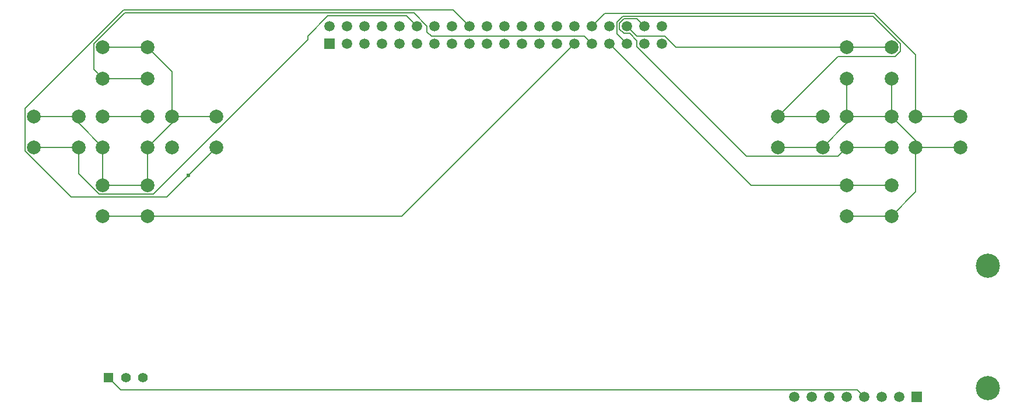
<source format=gbr>
%TF.GenerationSoftware,KiCad,Pcbnew,9.0.2*%
%TF.CreationDate,2025-06-30T23:43:09-04:00*%
%TF.ProjectId,GamePad_Zero,47616d65-5061-4645-9f5a-65726f2e6b69,rev?*%
%TF.SameCoordinates,Original*%
%TF.FileFunction,Copper,L2,Bot*%
%TF.FilePolarity,Positive*%
%FSLAX46Y46*%
G04 Gerber Fmt 4.6, Leading zero omitted, Abs format (unit mm)*
G04 Created by KiCad (PCBNEW 9.0.2) date 2025-06-30 23:43:09*
%MOMM*%
%LPD*%
G01*
G04 APERTURE LIST*
%TA.AperFunction,ComponentPad*%
%ADD10C,1.508000*%
%TD*%
%TA.AperFunction,ComponentPad*%
%ADD11R,1.508000X1.508000*%
%TD*%
%TA.AperFunction,ComponentPad*%
%ADD12C,2.000000*%
%TD*%
%TA.AperFunction,ComponentPad*%
%ADD13R,1.408000X1.408000*%
%TD*%
%TA.AperFunction,ComponentPad*%
%ADD14C,1.408000*%
%TD*%
%TA.AperFunction,ComponentPad*%
%ADD15C,3.516000*%
%TD*%
%TA.AperFunction,ViaPad*%
%ADD16C,0.600000*%
%TD*%
%TA.AperFunction,Conductor*%
%ADD17C,0.200000*%
%TD*%
G04 APERTURE END LIST*
D10*
%TO.P,J1,40,Pin_40*%
%TO.N,Net-(J1-Pin_40)*%
X99130000Y-3898750D03*
%TO.P,J1,39,Pin_39*%
%TO.N,unconnected-(J1-Pin_39-Pad39)*%
X99130000Y-6438750D03*
%TO.P,J1,38,Pin_38*%
%TO.N,Net-(J1-Pin_38)*%
X96590000Y-3898750D03*
%TO.P,J1,37,Pin_37*%
%TO.N,unconnected-(J1-Pin_37-Pad37)*%
X96590000Y-6438750D03*
%TO.P,J1,36,Pin_36*%
%TO.N,Net-(J1-Pin_36)*%
X94050000Y-3898750D03*
%TO.P,J1,35,Pin_35*%
%TO.N,Net-(J1-Pin_35)*%
X94050000Y-6438750D03*
%TO.P,J1,34,Pin_34*%
%TO.N,unconnected-(J1-Pin_34-Pad34)*%
X91510000Y-3898750D03*
%TO.P,J1,33,Pin_33*%
%TO.N,Net-(J1-Pin_33)*%
X91510000Y-6438750D03*
%TO.P,J1,32,Pin_32*%
%TO.N,Net-(J1-Pin_32)*%
X88970000Y-3898750D03*
%TO.P,J1,31,Pin_31*%
%TO.N,Net-(J1-Pin_31)*%
X88970000Y-6438750D03*
%TO.P,J1,30,Pin_30*%
%TO.N,unconnected-(J1-Pin_30-Pad30)*%
X86430000Y-3898750D03*
%TO.P,J1,29,Pin_29*%
%TO.N,Net-(J1-Pin_29)*%
X86430000Y-6438750D03*
%TO.P,J1,28,Pin_28*%
%TO.N,unconnected-(J1-Pin_28-Pad28)*%
X83890000Y-3898750D03*
%TO.P,J1,27,Pin_27*%
%TO.N,unconnected-(J1-Pin_27-Pad27)*%
X83890000Y-6438750D03*
%TO.P,J1,26,Pin_26*%
%TO.N,unconnected-(J1-Pin_26-Pad26)*%
X81350000Y-3898750D03*
%TO.P,J1,25,Pin_25*%
%TO.N,unconnected-(J1-Pin_25-Pad25)*%
X81350000Y-6438750D03*
%TO.P,J1,24,Pin_24*%
%TO.N,unconnected-(J1-Pin_24-Pad24)*%
X78810000Y-3898750D03*
%TO.P,J1,23,Pin_23*%
%TO.N,unconnected-(J1-Pin_23-Pad23)*%
X78810000Y-6438750D03*
%TO.P,J1,22,Pin_22*%
%TO.N,unconnected-(J1-Pin_22-Pad22)*%
X76270000Y-3898750D03*
%TO.P,J1,21,Pin_21*%
%TO.N,unconnected-(J1-Pin_21-Pad21)*%
X76270000Y-6438750D03*
%TO.P,J1,20,Pin_20*%
%TO.N,unconnected-(J1-Pin_20-Pad20)*%
X73730000Y-3898750D03*
%TO.P,J1,19,Pin_19*%
%TO.N,unconnected-(J1-Pin_19-Pad19)*%
X73730000Y-6438750D03*
%TO.P,J1,18,Pin_18*%
%TO.N,Net-(J1-Pin_18)*%
X71190000Y-3898750D03*
%TO.P,J1,17,Pin_17*%
%TO.N,unconnected-(J1-Pin_17-Pad17)*%
X71190000Y-6438750D03*
%TO.P,J1,16,Pin_16*%
%TO.N,unconnected-(J1-Pin_16-Pad16)*%
X68650000Y-3898750D03*
%TO.P,J1,15,Pin_15*%
%TO.N,unconnected-(J1-Pin_15-Pad15)*%
X68650000Y-6438750D03*
%TO.P,J1,14,Pin_14*%
%TO.N,unconnected-(J1-Pin_14-Pad14)*%
X66110000Y-3898750D03*
%TO.P,J1,13,Pin_13*%
%TO.N,unconnected-(J1-Pin_13-Pad13)*%
X66110000Y-6438750D03*
%TO.P,J1,12,Pin_12*%
%TO.N,Net-(J1-Pin_12)*%
X63570000Y-3898750D03*
%TO.P,J1,11,Pin_11*%
%TO.N,unconnected-(J1-Pin_11-Pad11)*%
X63570000Y-6438750D03*
%TO.P,J1,10,Pin_10*%
%TO.N,unconnected-(J1-Pin_10-Pad10)*%
X61030000Y-3898750D03*
%TO.P,J1,9,Pin_9*%
%TO.N,unconnected-(J1-Pin_9-Pad9)*%
X61030000Y-6438750D03*
%TO.P,J1,8,Pin_8*%
%TO.N,unconnected-(J1-Pin_8-Pad8)*%
X58490000Y-3898750D03*
%TO.P,J1,7,Pin_7*%
%TO.N,unconnected-(J1-Pin_7-Pad7)*%
X58490000Y-6438750D03*
%TO.P,J1,6,Pin_6*%
%TO.N,Net-(J1-Pin_6)*%
X55950000Y-3898750D03*
%TO.P,J1,5,Pin_5*%
%TO.N,unconnected-(J1-Pin_5-Pad5)*%
X55950000Y-6438750D03*
%TO.P,J1,4,Pin_4*%
%TO.N,unconnected-(J1-Pin_4-Pad4)*%
X53410000Y-3898750D03*
%TO.P,J1,3,Pin_3*%
%TO.N,unconnected-(J1-Pin_3-Pad3)*%
X53410000Y-6438750D03*
%TO.P,J1,2,Pin_2*%
%TO.N,Net-(J1-Pin_2)*%
X50870000Y-3898750D03*
D11*
%TO.P,J1,1,Pin_1*%
%TO.N,unconnected-(J1-Pin_1-Pad1)*%
X50870000Y-6438750D03*
%TD*%
D12*
%TO.P,y1,1,1*%
%TO.N,Net-(J1-Pin_35)*%
X116000000Y-17000000D03*
X122500000Y-17000000D03*
%TO.P,y1,2,2*%
%TO.N,GND*%
X116000000Y-21500000D03*
X122500000Y-21500000D03*
%TD*%
%TO.P,b1,1,1*%
%TO.N,Net-(J1-Pin_33)*%
X126000000Y-27000000D03*
X132500000Y-27000000D03*
%TO.P,b1,2,2*%
%TO.N,GND*%
X126000000Y-31500000D03*
X132500000Y-31500000D03*
%TD*%
%TO.P,x1,1,1*%
%TO.N,Net-(J1-Pin_36)*%
X126000000Y-7000000D03*
X132500000Y-7000000D03*
%TO.P,x1,2,2*%
%TO.N,GND*%
X126000000Y-11500000D03*
X132500000Y-11500000D03*
%TD*%
%TO.P,Right1,1,1*%
%TO.N,GND*%
X28000000Y-17000000D03*
X34500000Y-17000000D03*
%TO.P,Right1,2,2*%
%TO.N,Net-(J1-Pin_18)*%
X28000000Y-21500000D03*
X34500000Y-21500000D03*
%TD*%
%TO.P,a1,1,1*%
%TO.N,Net-(J1-Pin_32)*%
X136000000Y-17000000D03*
X142500000Y-17000000D03*
%TO.P,a1,2,2*%
%TO.N,GND*%
X136000000Y-21500000D03*
X142500000Y-21500000D03*
%TD*%
%TO.P,Down1,1,1*%
%TO.N,GND*%
X18000000Y-27000000D03*
X24500000Y-27000000D03*
%TO.P,Down1,2,2*%
%TO.N,Net-(J1-Pin_29)*%
X18000000Y-31500000D03*
X24500000Y-31500000D03*
%TD*%
D13*
%TO.P,SW1,1,A*%
%TO.N,Net-(SW1-A)*%
X18812500Y-55000000D03*
D14*
%TO.P,SW1,2,B*%
%TO.N,Net-(J1-Pin_6)*%
X21312500Y-55000000D03*
%TO.P,SW1,3,C*%
%TO.N,unconnected-(SW1-C-Pad3)*%
X23812500Y-55000000D03*
%TD*%
D12*
%TO.P,Left1,1,1*%
%TO.N,GND*%
X8000000Y-17000000D03*
X14500000Y-17000000D03*
%TO.P,Left1,2,2*%
%TO.N,Net-(J1-Pin_12)*%
X8000000Y-21500000D03*
X14500000Y-21500000D03*
%TD*%
%TO.P,Up1,1,1*%
%TO.N,GND*%
X18000000Y-7000000D03*
X24500000Y-7000000D03*
%TO.P,Up1,2,2*%
%TO.N,Net-(J1-Pin_31)*%
X18000000Y-11500000D03*
X24500000Y-11500000D03*
%TD*%
%TO.P,LeftShoulder1,1,1*%
%TO.N,GND*%
X132500000Y-17000000D03*
X126000000Y-17000000D03*
%TO.P,LeftShoulder1,2,2*%
%TO.N,Net-(J1-Pin_38)*%
X132500000Y-21500000D03*
X126000000Y-21500000D03*
%TD*%
%TO.P,RightShoulder1,1,1*%
%TO.N,Net-(J1-Pin_40)*%
X24500000Y-17000000D03*
X18000000Y-17000000D03*
%TO.P,RightShoulder1,2,2*%
%TO.N,GND*%
X24500000Y-21500000D03*
X18000000Y-21500000D03*
%TD*%
D11*
%TO.P,U1,1,VBUS*%
%TO.N,unconnected-(U1-VBUS-Pad1)*%
X136175750Y-57785000D03*
D10*
%TO.P,U1,2,VLIPO*%
%TO.N,unconnected-(U1-VLIPO-Pad2)*%
X133635750Y-57785000D03*
%TO.P,U1,3,VBAT*%
%TO.N,unconnected-(U1-VBAT-Pad3)*%
X131095750Y-57785000D03*
%TO.P,U1,4,EN*%
%TO.N,Net-(SW1-A)*%
X128555750Y-57785000D03*
%TO.P,U1,5,GND*%
%TO.N,Net-(J1-Pin_6)*%
X126015750Y-57785000D03*
%TO.P,U1,6,LBO*%
%TO.N,unconnected-(U1-LBO-Pad6)*%
X123475750Y-57785000D03*
%TO.P,U1,7,GND*%
%TO.N,Net-(J1-Pin_6)*%
X120935750Y-57785000D03*
%TO.P,U1,8,5V*%
%TO.N,Net-(J1-Pin_2)*%
X118395750Y-57785000D03*
D15*
%TO.P,U1,P1*%
%TO.N,N/C*%
X146462750Y-56515000D03*
%TO.P,U1,P2*%
X146462750Y-38735000D03*
%TD*%
D16*
%TO.N,Net-(J1-Pin_18)*%
X30381250Y-25618750D03*
%TD*%
D17*
%TO.N,GND*%
X14500000Y-17000000D02*
X8000000Y-17000000D01*
X136000000Y-20500000D02*
X136000000Y-21500000D01*
X14500000Y-18000000D02*
X14500000Y-17000000D01*
X18000000Y-21500000D02*
X18000000Y-27000000D01*
X18000000Y-27000000D02*
X24500000Y-27000000D01*
X132500000Y-17000000D02*
X136000000Y-20500000D01*
X28000000Y-10500000D02*
X24500000Y-7000000D01*
X122500000Y-21500000D02*
X116000000Y-21500000D01*
X132500000Y-31500000D02*
X136000000Y-28000000D01*
X18000000Y-21500000D02*
X14500000Y-18000000D01*
X122500000Y-21500000D02*
X126000000Y-18000000D01*
X132500000Y-31500000D02*
X126000000Y-31500000D01*
X28000000Y-17000000D02*
X34500000Y-17000000D01*
X132500000Y-17000000D02*
X126000000Y-17000000D01*
X126000000Y-18000000D02*
X126000000Y-17000000D01*
X18000000Y-7000000D02*
X24500000Y-7000000D01*
X136000000Y-28000000D02*
X136000000Y-21500000D01*
X28000000Y-18000000D02*
X28000000Y-17000000D01*
X24500000Y-21500000D02*
X28000000Y-18000000D01*
X28000000Y-17000000D02*
X28000000Y-10500000D01*
X132500000Y-11500000D02*
X132500000Y-17000000D01*
X126000000Y-11500000D02*
X126000000Y-17000000D01*
X142500000Y-21500000D02*
X136000000Y-21500000D01*
X24500000Y-27000000D02*
X24500000Y-21500000D01*
%TO.N,Net-(J1-Pin_32)*%
X90827000Y-2041750D02*
X88970000Y-3898750D01*
X142500000Y-17000000D02*
X136000000Y-17000000D01*
X136000000Y-8093008D02*
X129948742Y-2041750D01*
X129948742Y-2041750D02*
X90827000Y-2041750D01*
X136000000Y-17000000D02*
X136000000Y-8093008D01*
%TO.N,Net-(J1-Pin_33)*%
X126000000Y-27000000D02*
X112071250Y-27000000D01*
X132500000Y-27000000D02*
X126000000Y-27000000D01*
X112071250Y-27000000D02*
X91510000Y-6438750D01*
%TO.N,Net-(J1-Pin_29)*%
X61368750Y-31500000D02*
X86430000Y-6438750D01*
X24500000Y-31500000D02*
X61368750Y-31500000D01*
X18000000Y-31500000D02*
X24500000Y-31500000D01*
%TO.N,Net-(J1-Pin_18)*%
X34500000Y-21500000D02*
X30381250Y-25618750D01*
X6699000Y-22038892D02*
X6699000Y-15894008D01*
X21013758Y-1579250D02*
X68870500Y-1579250D01*
X30381250Y-25618750D02*
X27298000Y-28702000D01*
X13362108Y-28702000D02*
X6699000Y-22038892D01*
X27298000Y-28702000D02*
X13362108Y-28702000D01*
X6699000Y-15894008D02*
X21013758Y-1579250D01*
X68870500Y-1579250D02*
X71190000Y-3898750D01*
%TO.N,Net-(J1-Pin_35)*%
X133038892Y-8301000D02*
X133801000Y-7538892D01*
X92594000Y-3295654D02*
X92594000Y-4982750D01*
X129782642Y-2442750D02*
X93446904Y-2442750D01*
X133801000Y-7538892D02*
X133801000Y-6461108D01*
X133801000Y-6461108D02*
X129782642Y-2442750D01*
X124699000Y-8301000D02*
X133038892Y-8301000D01*
X93446904Y-2442750D02*
X92594000Y-3295654D01*
X116000000Y-17000000D02*
X124699000Y-8301000D01*
X92594000Y-4982750D02*
X94050000Y-6438750D01*
X116000000Y-17000000D02*
X122500000Y-17000000D01*
%TO.N,Net-(J1-Pin_40)*%
X18000000Y-17000000D02*
X24500000Y-17000000D01*
%TO.N,Net-(J1-Pin_36)*%
X95535000Y-5383750D02*
X94050000Y-3898750D01*
X101183246Y-7000000D02*
X99566996Y-5383750D01*
X126000000Y-7000000D02*
X132500000Y-7000000D01*
X126000000Y-7000000D02*
X101183246Y-7000000D01*
X99566996Y-5383750D02*
X95535000Y-5383750D01*
%TO.N,Net-(J1-Pin_38)*%
X92995000Y-3461754D02*
X93613004Y-2843750D01*
X132500000Y-21500000D02*
X126000000Y-21500000D01*
X92995000Y-4335746D02*
X92995000Y-3461754D01*
X126000000Y-21500000D02*
X124699000Y-22801000D01*
X95535000Y-6875746D02*
X95535000Y-6001754D01*
X95535000Y-6001754D02*
X94486996Y-4953750D01*
X124699000Y-22801000D02*
X111460254Y-22801000D01*
X111460254Y-22801000D02*
X95535000Y-6875746D01*
X95535000Y-2843750D02*
X96590000Y-3898750D01*
X93613004Y-4953750D02*
X92995000Y-4335746D01*
X94486996Y-4953750D02*
X93613004Y-4953750D01*
X93613004Y-2843750D02*
X95535000Y-2843750D01*
%TO.N,Net-(J1-Pin_12)*%
X17461108Y-28301000D02*
X25308683Y-28301000D01*
X14500000Y-25339892D02*
X17461108Y-28301000D01*
X47726000Y-5883683D02*
X47726000Y-5316583D01*
X47726000Y-5316583D02*
X50661333Y-2381250D01*
X62052500Y-2381250D02*
X63570000Y-3898750D01*
X50661333Y-2381250D02*
X62052500Y-2381250D01*
X14500000Y-21500000D02*
X14500000Y-25339892D01*
X25308683Y-28301000D02*
X47726000Y-5883683D01*
X8000000Y-21500000D02*
X14500000Y-21500000D01*
%TO.N,Net-(J1-Pin_31)*%
X65055000Y-4765746D02*
X65673004Y-5383750D01*
X65055000Y-3891754D02*
X65055000Y-4765746D01*
X18000000Y-11500000D02*
X24500000Y-11500000D01*
X16699000Y-10199000D02*
X16699000Y-6461108D01*
X65673004Y-5383750D02*
X87915000Y-5383750D01*
X87915000Y-5383750D02*
X88970000Y-6438750D01*
X18000000Y-11500000D02*
X16699000Y-10199000D01*
X16699000Y-6461108D02*
X21179858Y-1980250D01*
X63143496Y-1980250D02*
X65055000Y-3891754D01*
X21179858Y-1980250D02*
X63143496Y-1980250D01*
%TO.N,Net-(SW1-A)*%
X20542500Y-56730000D02*
X127500750Y-56730000D01*
X18812500Y-55000000D02*
X20542500Y-56730000D01*
X127500750Y-56730000D02*
X128555750Y-57785000D01*
%TD*%
M02*

</source>
